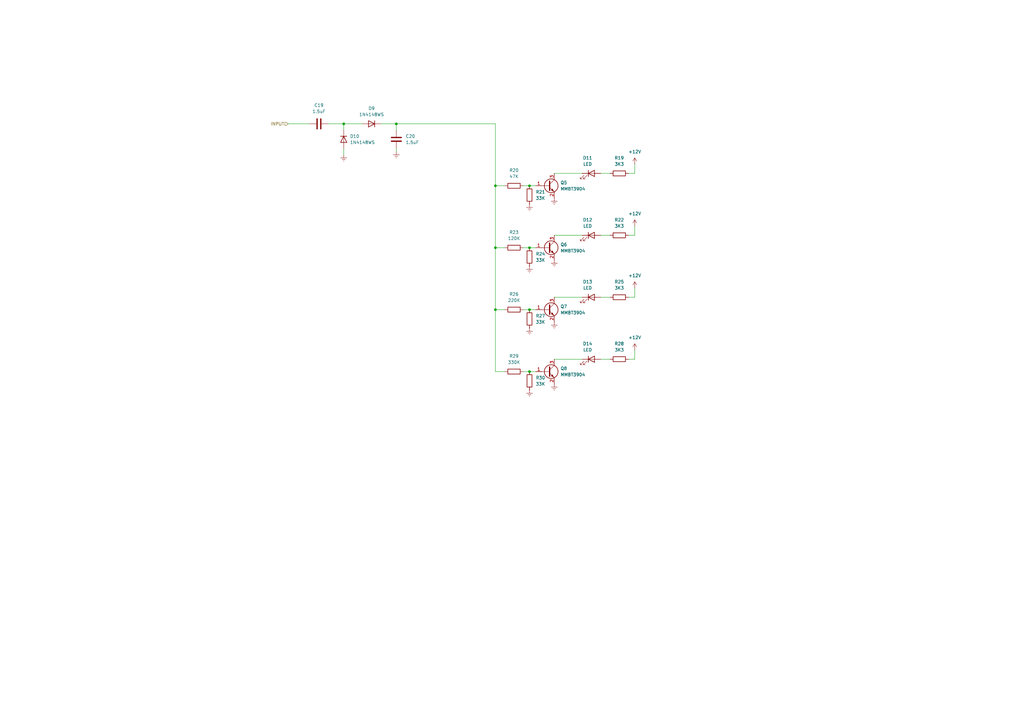
<source format=kicad_sch>
(kicad_sch (version 20250114) (generator "eeschema") (generator_version "9.0")
  (paper "A3")
  (lib_symbols
    (symbol "Device:C" (pin_numbers (hide yes)) (pin_names (offset 0.254))
      (property "Reference" "C" (at 0.635 2.54 0))
      (property "Value" "C" (at 0.635 -2.54 0))
      (symbol "C_0_1"
        (polyline (pts (xy -2.032 0.762) (xy 2.032 0.762)) (stroke (width 0.508)))
        (polyline (pts (xy -2.032 -0.762) (xy 2.032 -0.762)) (stroke (width 0.508)))
      )
      (symbol "C_1_1"
        (pin passive line (at 0 3.81 270) (length 2.794) (name "~") (number "1"))
        (pin passive line (at 0 -3.81 90) (length 2.794) (name "~") (number "2"))
      )
    )
    (symbol "Diode:1N4148WS" (pin_numbers (hide yes)) (pin_names (hide yes))
      (property "Reference" "D" (at 0 2.54 0))
      (property "Value" "1N4148WS" (at 0 -2.54 0))
      (symbol "1N4148WS_0_1"
        (polyline (pts (xy -1.27 1.27) (xy -1.27 -1.27)) (stroke (width 0.254)))
        (polyline (pts (xy 1.27 1.27) (xy 1.27 -1.27) (xy -1.27 0) (xy 1.27 1.27)) (stroke (width 0.254)))
        (polyline (pts (xy 1.27 0) (xy -1.27 0)))
      )
      (symbol "1N4148WS_1_1"
        (pin passive line (at -3.81 0 0) (length 2.54) (name "K") (number "1"))
        (pin passive line (at 3.81 0 180) (length 2.54) (name "A") (number "2"))
      )
    )
    (symbol "Transistor_BJT:MMBT3904" (pin_names (offset 0) (hide yes))
      (property "Reference" "Q" (at 5.08 1.905 0))
      (property "Value" "MMBT3904" (at 5.08 0 0))
      (symbol "MMBT3904_0_1"
        (polyline (pts (xy -2.54 0) (xy 0.635 0)))
        (polyline (pts (xy 0.635 1.905) (xy 0.635 -1.905)) (stroke (width 0.508)))
        (circle (center 1.27 0) (radius 2.8194) (stroke (width 0.254)))
      )
      (symbol "MMBT3904_1_1"
        (polyline (pts (xy 0.635 0.635) (xy 2.54 2.54)))
        (polyline (pts (xy 0.635 -0.635) (xy 2.54 -2.54)))
        (polyline (pts (xy 1.27 -1.778) (xy 1.778 -1.27) (xy 2.286 -2.286) (xy 1.27 -1.778)) (fill (type outline)))
        (pin input line (at -5.08 0 0) (length 2.54) (name "B") (number "1"))
        (pin passive line (at 2.54 5.08 270) (length 2.54) (name "C") (number "3"))
        (pin passive line (at 2.54 -5.08 90) (length 2.54) (name "E") (number "2"))
      )
    )
    (symbol "power:+12V" (power) (pin_numbers (hide yes)) (pin_names (offset 0) (hide yes))
      (property "Value" "+12V" (at 0 3.556 0))
      (symbol "+12V_0_1"
        (polyline (pts (xy -0.762 1.27) (xy 0 2.54)))
        (polyline (pts (xy 0 2.54) (xy 0.762 1.27)))
        (polyline (pts (xy 0 0) (xy 0 2.54)))
      )
      (symbol "+12V_1_1"
        (pin power_in line (at 0 0 90) (length 0) (name "~") (number "1"))
      )
    )
    (symbol "power:GNDREF" (power) (pin_numbers (hide yes)) (pin_names (offset 0) (hide yes))
      (property "Value" "GNDREF" (at 0 -3.81 0))
      (symbol "GNDREF_0_1"
        (polyline (pts (xy -0.635 -1.905) (xy 0.635 -1.905)))
        (polyline (pts (xy -0.127 -2.54) (xy 0.127 -2.54)))
        (polyline (pts (xy 0 -1.27) (xy 0 0)))
        (polyline (pts (xy 1.27 -1.27) (xy -1.27 -1.27)))
      )
      (symbol "GNDREF_1_1"
        (pin power_in line (at 0 0 270) (length 0) (name "~") (number "1"))
      )
    )
    (symbol "synth:LED (3mm)" (pin_numbers (hide yes)) (pin_names (offset 1.016) (hide yes))
      (property "Reference" "D" (at 0 2.54 0))
      (property "Value" "LED" (at 0 -2.54 0))
      (symbol "LED (3mm)_0_1"
        (polyline (pts (xy -3.048 -0.762) (xy -4.572 -2.286) (xy -3.81 -2.286) (xy -4.572 -2.286) (xy -4.572 -1.524)))
        (polyline (pts (xy -1.778 -0.762) (xy -3.302 -2.286) (xy -2.54 -2.286) (xy -3.302 -2.286) (xy -3.302 -1.524)))
        (polyline (pts (xy -1.27 0) (xy 1.27 0)))
        (polyline (pts (xy -1.27 -1.27) (xy -1.27 1.27)) (stroke (width 0.254)))
        (polyline (pts (xy 1.27 -1.27) (xy 1.27 1.27) (xy -1.27 0) (xy 1.27 -1.27)) (stroke (width 0.254)))
      )
      (symbol "LED (3mm)_1_1"
        (pin passive line (at -3.81 0 0) (length 2.54) (name "K") (number "1"))
        (pin passive line (at 3.81 0 180) (length 2.54) (name "A") (number "2"))
      )
    )
    (symbol "synth:R_Default" (pin_numbers (hide yes)) (pin_names (offset 0))
      (property "Reference" "R" (at -2.032 0 90))
      (property "Value" "R1" (at 2.032 0 90))
      (symbol "R_Default_0_1"
        (rectangle (start 1.016 -2.54) (end -1.016 2.54) (stroke (width 0.254)))
      )
      (symbol "R_Default_1_1"
        (pin passive line (at 0 3.81 270) (length 1.27) (name "~") (number "2"))
        (pin passive line (at 0 -3.81 90) (length 1.27) (name "~") (number "1"))
      )
    )
  )
  (junction (at 217.17 152.4))
  (junction (at 203.2 127))
  (junction (at 140.97 50.8))
  (junction (at 162.56 50.8))
  (junction (at 203.2 76.2))
  (junction (at 217.17 127))
  (junction (at 217.17 76.2))
  (junction (at 217.17 101.6))
  (junction (at 203.2 101.6))
  (wire (pts (xy 214.63 76.2) (xy 217.17 76.2)))
  (wire (pts (xy 227.33 147.32) (xy 238.76 147.32)))
  (wire (pts (xy 140.97 53.34) (xy 140.97 50.8)))
  (wire (pts (xy 156.21 50.8) (xy 162.56 50.8)))
  (wire (pts (xy 260.35 147.32) (xy 257.81 147.32)))
  (wire (pts (xy 162.56 60.96) (xy 162.56 62.23)))
  (wire (pts (xy 260.35 71.12) (xy 257.81 71.12)))
  (wire (pts (xy 203.2 50.8) (xy 162.56 50.8)))
  (wire (pts (xy 250.19 71.12) (xy 246.38 71.12)))
  (wire (pts (xy 217.17 101.6) (xy 219.71 101.6)))
  (wire (pts (xy 227.33 71.12) (xy 238.76 71.12)))
  (wire (pts (xy 118.11 50.8) (xy 127 50.8)))
  (wire (pts (xy 250.19 147.32) (xy 246.38 147.32)))
  (wire (pts (xy 203.2 76.2) (xy 207.01 76.2)))
  (wire (pts (xy 140.97 50.8) (xy 134.62 50.8)))
  (wire (pts (xy 203.2 76.2) (xy 203.2 50.8)))
  (wire (pts (xy 162.56 53.34) (xy 162.56 50.8)))
  (wire (pts (xy 260.35 118.11) (xy 260.35 121.92)))
  (wire (pts (xy 214.63 127) (xy 217.17 127)))
  (wire (pts (xy 214.63 152.4) (xy 217.17 152.4)))
  (wire (pts (xy 260.35 92.71) (xy 260.35 96.52)))
  (wire (pts (xy 260.35 143.51) (xy 260.35 147.32)))
  (wire (pts (xy 207.01 152.4) (xy 203.2 152.4)))
  (wire (pts (xy 203.2 127) (xy 207.01 127)))
  (wire (pts (xy 203.2 101.6) (xy 207.01 101.6)))
  (wire (pts (xy 260.35 67.31) (xy 260.35 71.12)))
  (wire (pts (xy 250.19 121.92) (xy 246.38 121.92)))
  (wire (pts (xy 217.17 76.2) (xy 219.71 76.2)))
  (wire (pts (xy 227.33 121.92) (xy 238.76 121.92)))
  (wire (pts (xy 203.2 152.4) (xy 203.2 127)))
  (wire (pts (xy 203.2 101.6) (xy 203.2 76.2)))
  (wire (pts (xy 260.35 121.92) (xy 257.81 121.92)))
  (wire (pts (xy 140.97 63.5) (xy 140.97 60.96)))
  (wire (pts (xy 148.59 50.8) (xy 140.97 50.8)))
  (wire (pts (xy 214.63 101.6) (xy 217.17 101.6)))
  (wire (pts (xy 203.2 127) (xy 203.2 101.6)))
  (wire (pts (xy 227.33 96.52) (xy 238.76 96.52)))
  (wire (pts (xy 260.35 96.52) (xy 257.81 96.52)))
  (wire (pts (xy 250.19 96.52) (xy 246.38 96.52)))
  (wire (pts (xy 217.17 152.4) (xy 219.71 152.4)))
  (wire (pts (xy 217.17 127) (xy 219.71 127)))
  (hierarchical_label "INPUT" (shape input) (at 118.11 50.8 180))
  (symbol (lib_id "synth:LED (3mm)") (at 242.57 121.92 0) (unit 1)
    (property "Reference" "D5" (at 240.9825 115.57 0))
    (property "Value" "LED" (at 240.9825 118.11 0))
    (property "Footprint" "Synth:LED_D3.0mm" (effects (hide yes)))
    (property "Description" "Light emitting diode" (effects (hide yes)))
    (instances (project "compressor" (path "" (reference "D13") (unit 1)) (path "" (reference "D5") (unit 1))))
  )
  (symbol (lib_id "synth:R_Default") (at 210.82 76.2 90) (unit 1)
    (property "Reference" "R6" (at 210.82 69.85 90))
    (property "Value" "47K" (at 210.82 72.39 90))
    (property "Footprint" "Resistor_SMD:R_0805_2012Metric_Pad1.20x1.40mm_HandSolder" (effects (hide yes)))
    (property "Description" "Resistor" (effects (hide yes)))
    (instances (project "compressor" (path "" (reference "R20") (unit 1)) (path "" (reference "R6") (unit 1))))
  )
  (symbol (lib_id "synth:R_Default") (at 217.17 80.01 180) (unit 1)
    (property "Reference" "R7" (at 219.71 78.7399 0) (effects (justify right)))
    (property "Value" "33K" (at 219.71 81.2799 0) (effects (justify right)))
    (property "Footprint" "Resistor_SMD:R_0805_2012Metric_Pad1.20x1.40mm_HandSolder" (effects (hide yes)))
    (property "Description" "Resistor" (effects (hide yes)))
    (instances (project "compressor" (path "" (reference "R21") (unit 1)) (path "" (reference "R7") (unit 1))))
  )
  (symbol (lib_id "power:GNDREF") (at 227.33 132.08 0) (unit 1)
    (property "Reference" "#PWR016" (effects (hide yes)))
    (property "Value" "GNDREF" (effects (hide yes)))
    (property "Description" "Power symbol creates a global label with name \"GNDREF\" , reference supply ground" (effects (hide yes)))
    (instances (project "compressor" (path "" (reference "#PWR056") (unit 1)) (path "" (reference "#PWR016") (unit 1))))
  )
  (symbol (lib_id "Device:C") (at 162.56 57.15 180) (unit 1)
    (property "Reference" "C2" (at 166.37 55.8799 0) (effects (justify right)))
    (property "Value" "1.5uF" (at 166.37 58.4199 0) (effects (justify right)))
    (property "Footprint" "Capacitor_SMD:C_0805_2012Metric_Pad1.18x1.45mm_HandSolder" (effects (hide yes)))
    (property "Description" "Unpolarized capacitor" (effects (hide yes)))
    (instances (project "compressor" (path "" (reference "C20") (unit 1)) (path "" (reference "C2") (unit 1))))
  )
  (symbol (lib_id "power:GNDREF") (at 227.33 157.48 0) (unit 1)
    (property "Reference" "#PWR019" (effects (hide yes)))
    (property "Value" "GNDREF" (effects (hide yes)))
    (property "Description" "Power symbol creates a global label with name \"GNDREF\" , reference supply ground" (effects (hide yes)))
    (instances (project "compressor" (path "" (reference "#PWR059") (unit 1)) (path "" (reference "#PWR019") (unit 1))))
  )
  (symbol (lib_id "power:GNDREF") (at 227.33 81.28 0) (unit 1)
    (property "Reference" "#PWR010" (effects (hide yes)))
    (property "Value" "GNDREF" (effects (hide yes)))
    (property "Description" "Power symbol creates a global label with name \"GNDREF\" , reference supply ground" (effects (hide yes)))
    (instances (project "compressor" (path "" (reference "#PWR050") (unit 1)) (path "" (reference "#PWR010") (unit 1))))
  )
  (symbol (lib_id "synth:LED (3mm)") (at 242.57 71.12 0) (unit 1)
    (property "Reference" "D3" (at 240.9825 64.77 0))
    (property "Value" "LED" (at 240.9825 67.31 0))
    (property "Footprint" "Synth:LED_D3.0mm" (effects (hide yes)))
    (property "Description" "Light emitting diode" (effects (hide yes)))
    (instances (project "" (path "" (reference "D11") (unit 1)) (path "" (reference "D3") (unit 1))))
  )
  (symbol (lib_id "power:GNDREF") (at 217.17 134.62 0) (unit 1)
    (property "Reference" "#PWR017" (effects (hide yes)))
    (property "Value" "GNDREF" (effects (hide yes)))
    (property "Description" "Power symbol creates a global label with name \"GNDREF\" , reference supply ground" (effects (hide yes)))
    (instances (project "compressor" (path "" (reference "#PWR057") (unit 1)) (path "" (reference "#PWR017") (unit 1))))
  )
  (symbol (lib_id "Device:C") (at 130.81 50.8 90) (unit 1)
    (property "Reference" "C1" (at 130.81 43.18 90))
    (property "Value" "1.5uF" (at 130.81 45.72 90))
    (property "Footprint" "Capacitor_SMD:C_0805_2012Metric_Pad1.18x1.45mm_HandSolder" (effects (hide yes)))
    (property "Description" "Unpolarized capacitor" (effects (hide yes)))
    (instances (project "compressor" (path "" (reference "C19") (unit 1)) (path "" (reference "C1") (unit 1))))
  )
  (symbol (lib_id "synth:R_Default") (at 254 96.52 90) (unit 1)
    (property "Reference" "R8" (at 254 90.17 90))
    (property "Value" "3K3" (at 254 92.71 90))
    (property "Footprint" "Resistor_SMD:R_0805_2012Metric_Pad1.20x1.40mm_HandSolder" (effects (hide yes)))
    (property "Description" "Resistor" (effects (hide yes)))
    (instances (project "compressor" (path "" (reference "R22") (unit 1)) (path "" (reference "R8") (unit 1))))
  )
  (symbol (lib_id "power:GNDREF") (at 217.17 160.02 0) (unit 1)
    (property "Reference" "#PWR020" (effects (hide yes)))
    (property "Value" "GNDREF" (effects (hide yes)))
    (property "Description" "Power symbol creates a global label with name \"GNDREF\" , reference supply ground" (effects (hide yes)))
    (instances (project "compressor" (path "" (reference "#PWR060") (unit 1)) (path "" (reference "#PWR020") (unit 1))))
  )
  (symbol (lib_id "Transistor_BJT:MMBT3904") (at 224.79 127 0) (unit 1)
    (property "Reference" "Q3" (at 229.87 125.7299 0) (effects (justify left)))
    (property "Value" "MMBT3904" (at 229.87 128.2699 0) (effects (justify left)))
    (property "Footprint" "Package_TO_SOT_SMD:SOT-23_Handsoldering" (effects (hide yes)))
    (property "Datasheet" "https://www.onsemi.com/pdf/datasheet/pzt3904-d.pdf" (effects (hide yes)))
    (property "Description" "0.2A Ic, 40V Vce, Small Signal NPN Transistor, SOT-23" (effects (hide yes)))
    (instances (project "compressor" (path "" (reference "Q7") (unit 1)) (path "" (reference "Q3") (unit 1))))
  )
  (symbol (lib_id "Diode:1N4148WS") (at 152.4 50.8 180) (unit 1)
    (property "Reference" "D1" (at 152.4 44.45 0))
    (property "Value" "1N4148WS" (at 152.4 46.99 0))
    (property "Footprint" "Diode_SMD:D_SOD-323_HandSoldering" (effects (hide yes)))
    (property "Datasheet" "https://www.vishay.com/docs/85751/1n4148ws.pdf" (effects (hide yes)))
    (property "Description" "75V 0.15A Fast switching Diode, SOD-323" (effects (hide yes)))
    (property "Sim.Device" "D" (effects (hide yes)))
    (property "Sim.Pins" "1=K 2=A" (effects (hide yes)))
    (instances (project "" (path "" (reference "D9") (unit 1)) (path "" (reference "D1") (unit 1))))
  )
  (symbol (lib_id "synth:R_Default") (at 217.17 156.21 180) (unit 1)
    (property "Reference" "R16" (at 219.71 154.9399 0) (effects (justify right)))
    (property "Value" "33K" (at 219.71 157.4799 0) (effects (justify right)))
    (property "Footprint" "Resistor_SMD:R_0805_2012Metric_Pad1.20x1.40mm_HandSolder" (effects (hide yes)))
    (property "Description" "Resistor" (effects (hide yes)))
    (instances (project "compressor" (path "" (reference "R30") (unit 1)) (path "" (reference "R16") (unit 1))))
  )
  (symbol (lib_id "synth:LED (3mm)") (at 242.57 147.32 0) (unit 1)
    (property "Reference" "D6" (at 240.9825 140.97 0))
    (property "Value" "LED" (at 240.9825 143.51 0))
    (property "Footprint" "Synth:LED_D3.0mm" (effects (hide yes)))
    (property "Description" "Light emitting diode" (effects (hide yes)))
    (instances (project "compressor" (path "" (reference "D14") (unit 1)) (path "" (reference "D6") (unit 1))))
  )
  (symbol (lib_id "Diode:1N4148WS") (at 140.97 57.15 270) (unit 1)
    (property "Reference" "D2" (at 143.51 55.8799 90) (effects (justify left)))
    (property "Value" "1N4148WS" (at 143.51 58.4199 90) (effects (justify left)))
    (property "Footprint" "Diode_SMD:D_SOD-323_HandSoldering" (effects (hide yes)))
    (property "Datasheet" "https://www.vishay.com/docs/85751/1n4148ws.pdf" (effects (hide yes)))
    (property "Description" "75V 0.15A Fast switching Diode, SOD-323" (effects (hide yes)))
    (property "Sim.Device" "D" (effects (hide yes)))
    (property "Sim.Pins" "1=K 2=A" (effects (hide yes)))
    (instances (project "compressor" (path "" (reference "D10") (unit 1)) (path "" (reference "D2") (unit 1))))
  )
  (symbol (lib_id "Transistor_BJT:MMBT3904") (at 224.79 152.4 0) (unit 1)
    (property "Reference" "Q4" (at 229.87 151.1299 0) (effects (justify left)))
    (property "Value" "MMBT3904" (at 229.87 153.6699 0) (effects (justify left)))
    (property "Footprint" "Package_TO_SOT_SMD:SOT-23_Handsoldering" (effects (hide yes)))
    (property "Datasheet" "https://www.onsemi.com/pdf/datasheet/pzt3904-d.pdf" (effects (hide yes)))
    (property "Description" "0.2A Ic, 40V Vce, Small Signal NPN Transistor, SOT-23" (effects (hide yes)))
    (instances (project "compressor" (path "" (reference "Q8") (unit 1)) (path "" (reference "Q4") (unit 1))))
  )
  (symbol (lib_id "power:+12V") (at 260.35 92.71 0) (unit 1)
    (property "Reference" "#PWR012" (effects (hide yes)))
    (property "Value" "+12V" (at 260.35 87.63 0))
    (property "Description" "Power symbol creates a global label with name \"+12V\"" (effects (hide yes)))
    (instances (project "compressor" (path "" (reference "#PWR052") (unit 1)) (path "" (reference "#PWR012") (unit 1))))
  )
  (symbol (lib_id "power:+12V") (at 260.35 143.51 0) (unit 1)
    (property "Reference" "#PWR018" (effects (hide yes)))
    (property "Value" "+12V" (at 260.35 138.43 0))
    (property "Description" "Power symbol creates a global label with name \"+12V\"" (effects (hide yes)))
    (instances (project "compressor" (path "" (reference "#PWR058") (unit 1)) (path "" (reference "#PWR018") (unit 1))))
  )
  (symbol (lib_id "power:GNDREF") (at 140.97 63.5 0) (unit 1)
    (property "Reference" "#PWR08" (effects (hide yes)))
    (property "Value" "GNDREF" (effects (hide yes)))
    (property "Description" "Power symbol creates a global label with name \"GNDREF\" , reference supply ground" (effects (hide yes)))
    (instances (project "" (path "" (reference "#PWR048") (unit 1)) (path "" (reference "#PWR08") (unit 1))))
  )
  (symbol (lib_id "synth:LED (3mm)") (at 242.57 96.52 0) (unit 1)
    (property "Reference" "D4" (at 240.9825 90.17 0))
    (property "Value" "LED" (at 240.9825 92.71 0))
    (property "Footprint" "Synth:LED_D3.0mm" (effects (hide yes)))
    (property "Description" "Light emitting diode" (effects (hide yes)))
    (instances (project "compressor" (path "" (reference "D12") (unit 1)) (path "" (reference "D4") (unit 1))))
  )
  (symbol (lib_id "synth:R_Default") (at 217.17 105.41 180) (unit 1)
    (property "Reference" "R10" (at 219.71 104.1399 0) (effects (justify right)))
    (property "Value" "33K" (at 219.71 106.6799 0) (effects (justify right)))
    (property "Footprint" "Resistor_SMD:R_0805_2012Metric_Pad1.20x1.40mm_HandSolder" (effects (hide yes)))
    (property "Description" "Resistor" (effects (hide yes)))
    (instances (project "compressor" (path "" (reference "R24") (unit 1)) (path "" (reference "R10") (unit 1))))
  )
  (symbol (lib_id "power:GNDREF") (at 217.17 83.82 0) (unit 1)
    (property "Reference" "#PWR011" (effects (hide yes)))
    (property "Value" "GNDREF" (effects (hide yes)))
    (property "Description" "Power symbol creates a global label with name \"GNDREF\" , reference supply ground" (effects (hide yes)))
    (instances (project "compressor" (path "" (reference "#PWR051") (unit 1)) (path "" (reference "#PWR011") (unit 1))))
  )
  (symbol (lib_id "power:+12V") (at 260.35 118.11 0) (unit 1)
    (property "Reference" "#PWR015" (effects (hide yes)))
    (property "Value" "+12V" (at 260.35 113.03 0))
    (property "Description" "Power symbol creates a global label with name \"+12V\"" (effects (hide yes)))
    (instances (project "compressor" (path "" (reference "#PWR055") (unit 1)) (path "" (reference "#PWR015") (unit 1))))
  )
  (symbol (lib_id "synth:R_Default") (at 210.82 152.4 90) (unit 1)
    (property "Reference" "R15" (at 210.82 146.05 90))
    (property "Value" "330K" (at 210.82 148.59 90))
    (property "Footprint" "Resistor_SMD:R_0805_2012Metric_Pad1.20x1.40mm_HandSolder" (effects (hide yes)))
    (property "Description" "Resistor" (effects (hide yes)))
    (instances (project "compressor" (path "" (reference "R29") (unit 1)) (path "" (reference "R15") (unit 1))))
  )
  (symbol (lib_id "synth:R_Default") (at 210.82 127 90) (unit 1)
    (property "Reference" "R12" (at 210.82 120.65 90))
    (property "Value" "220K" (at 210.82 123.19 90))
    (property "Footprint" "Resistor_SMD:R_0805_2012Metric_Pad1.20x1.40mm_HandSolder" (effects (hide yes)))
    (property "Description" "Resistor" (effects (hide yes)))
    (instances (project "compressor" (path "" (reference "R26") (unit 1)) (path "" (reference "R12") (unit 1))))
  )
  (symbol (lib_id "synth:R_Default") (at 254 71.12 90) (unit 1)
    (property "Reference" "R5" (at 254 64.77 90))
    (property "Value" "3K3" (at 254 67.31 90))
    (property "Footprint" "Resistor_SMD:R_0805_2012Metric_Pad1.20x1.40mm_HandSolder" (effects (hide yes)))
    (property "Description" "Resistor" (effects (hide yes)))
    (instances (project "compressor" (path "" (reference "R19") (unit 1)) (path "" (reference "R5") (unit 1))))
  )
  (symbol (lib_id "Transistor_BJT:MMBT3904") (at 224.79 101.6 0) (unit 1)
    (property "Reference" "Q2" (at 229.87 100.3299 0) (effects (justify left)))
    (property "Value" "MMBT3904" (at 229.87 102.8699 0) (effects (justify left)))
    (property "Footprint" "Package_TO_SOT_SMD:SOT-23_Handsoldering" (effects (hide yes)))
    (property "Datasheet" "https://www.onsemi.com/pdf/datasheet/pzt3904-d.pdf" (effects (hide yes)))
    (property "Description" "0.2A Ic, 40V Vce, Small Signal NPN Transistor, SOT-23" (effects (hide yes)))
    (instances (project "compressor" (path "" (reference "Q6") (unit 1)) (path "" (reference "Q2") (unit 1))))
  )
  (symbol (lib_id "power:+12V") (at 260.35 67.31 0) (unit 1)
    (property "Reference" "#PWR09" (effects (hide yes)))
    (property "Value" "+12V" (at 260.35 62.23 0))
    (property "Description" "Power symbol creates a global label with name \"+12V\"" (effects (hide yes)))
    (instances (project "compressor" (path "" (reference "#PWR049") (unit 1)) (path "" (reference "#PWR09") (unit 1))))
  )
  (symbol (lib_id "synth:R_Default") (at 254 121.92 90) (unit 1)
    (property "Reference" "R11" (at 254 115.57 90))
    (property "Value" "3K3" (at 254 118.11 90))
    (property "Footprint" "Resistor_SMD:R_0805_2012Metric_Pad1.20x1.40mm_HandSolder" (effects (hide yes)))
    (property "Description" "Resistor" (effects (hide yes)))
    (instances (project "compressor" (path "" (reference "R25") (unit 1)) (path "" (reference "R11") (unit 1))))
  )
  (symbol (lib_id "Transistor_BJT:MMBT3904") (at 224.79 76.2 0) (unit 1)
    (property "Reference" "Q1" (at 229.87 74.9299 0) (effects (justify left)))
    (property "Value" "MMBT3904" (at 229.87 77.4699 0) (effects (justify left)))
    (property "Footprint" "Package_TO_SOT_SMD:SOT-23_Handsoldering" (effects (hide yes)))
    (property "Datasheet" "https://www.onsemi.com/pdf/datasheet/pzt3904-d.pdf" (effects (hide yes)))
    (property "Description" "0.2A Ic, 40V Vce, Small Signal NPN Transistor, SOT-23" (effects (hide yes)))
    (instances (project "" (path "" (reference "Q5") (unit 1)) (path "" (reference "Q1") (unit 1))))
  )
  (symbol (lib_id "power:GNDREF") (at 162.56 62.23 0) (unit 1)
    (property "Reference" "#PWR07" (effects (hide yes)))
    (property "Value" "GNDREF" (effects (hide yes)))
    (property "Description" "Power symbol creates a global label with name \"GNDREF\" , reference supply ground" (effects (hide yes)))
    (instances (project "compressor" (path "" (reference "#PWR047") (unit 1)) (path "" (reference "#PWR07") (unit 1))))
  )
  (symbol (lib_id "synth:R_Default") (at 254 147.32 90) (unit 1)
    (property "Reference" "R14" (at 254 140.97 90))
    (property "Value" "3K3" (at 254 143.51 90))
    (property "Footprint" "Resistor_SMD:R_0805_2012Metric_Pad1.20x1.40mm_HandSolder" (effects (hide yes)))
    (property "Description" "Resistor" (effects (hide yes)))
    (instances (project "compressor" (path "" (reference "R28") (unit 1)) (path "" (reference "R14") (unit 1))))
  )
  (symbol (lib_id "power:GNDREF") (at 227.33 106.68 0) (unit 1)
    (property "Reference" "#PWR013" (effects (hide yes)))
    (property "Value" "GNDREF" (effects (hide yes)))
    (property "Description" "Power symbol creates a global label with name \"GNDREF\" , reference supply ground" (effects (hide yes)))
    (instances (project "compressor" (path "" (reference "#PWR053") (unit 1)) (path "" (reference "#PWR013") (unit 1))))
  )
  (symbol (lib_id "power:GNDREF") (at 217.17 109.22 0) (unit 1)
    (property "Reference" "#PWR014" (effects (hide yes)))
    (property "Value" "GNDREF" (effects (hide yes)))
    (property "Description" "Power symbol creates a global label with name \"GNDREF\" , reference supply ground" (effects (hide yes)))
    (instances (project "compressor" (path "" (reference "#PWR054") (unit 1)) (path "" (reference "#PWR014") (unit 1))))
  )
  (symbol (lib_id "synth:R_Default") (at 217.17 130.81 180) (unit 1)
    (property "Reference" "R13" (at 219.71 129.5399 0) (effects (justify right)))
    (property "Value" "33K" (at 219.71 132.0799 0) (effects (justify right)))
    (property "Footprint" "Resistor_SMD:R_0805_2012Metric_Pad1.20x1.40mm_HandSolder" (effects (hide yes)))
    (property "Description" "Resistor" (effects (hide yes)))
    (instances (project "compressor" (path "" (reference "R27") (unit 1)) (path "" (reference "R13") (unit 1))))
  )
  (symbol (lib_id "synth:R_Default") (at 210.82 101.6 90) (unit 1)
    (property "Reference" "R9" (at 210.82 95.25 90))
    (property "Value" "120K" (at 210.82 97.79 90))
    (property "Footprint" "Resistor_SMD:R_0805_2012Metric_Pad1.20x1.40mm_HandSolder" (effects (hide yes)))
    (property "Description" "Resistor" (effects (hide yes)))
    (instances (project "compressor" (path "" (reference "R23") (unit 1)) (path "" (reference "R9") (unit 1))))
  )
)
</source>
